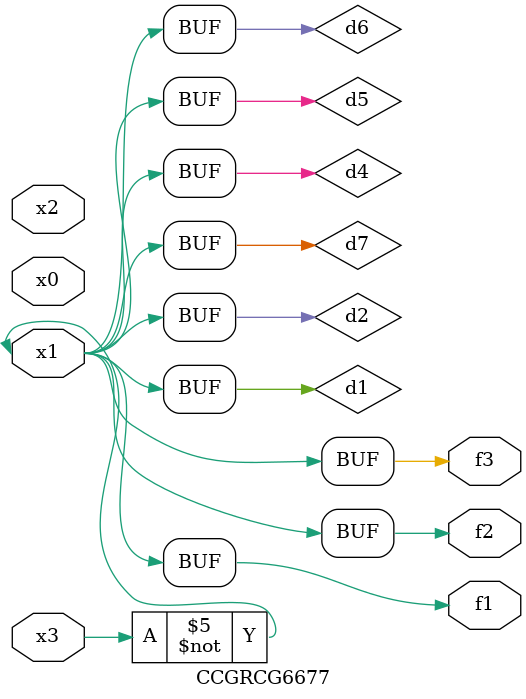
<source format=v>
module CCGRCG6677(
	input x0, x1, x2, x3,
	output f1, f2, f3
);

	wire d1, d2, d3, d4, d5, d6, d7;

	not (d1, x3);
	buf (d2, x1);
	xnor (d3, d1, d2);
	nor (d4, d1);
	buf (d5, d1, d2);
	buf (d6, d4, d5);
	nand (d7, d4);
	assign f1 = d6;
	assign f2 = d7;
	assign f3 = d6;
endmodule

</source>
